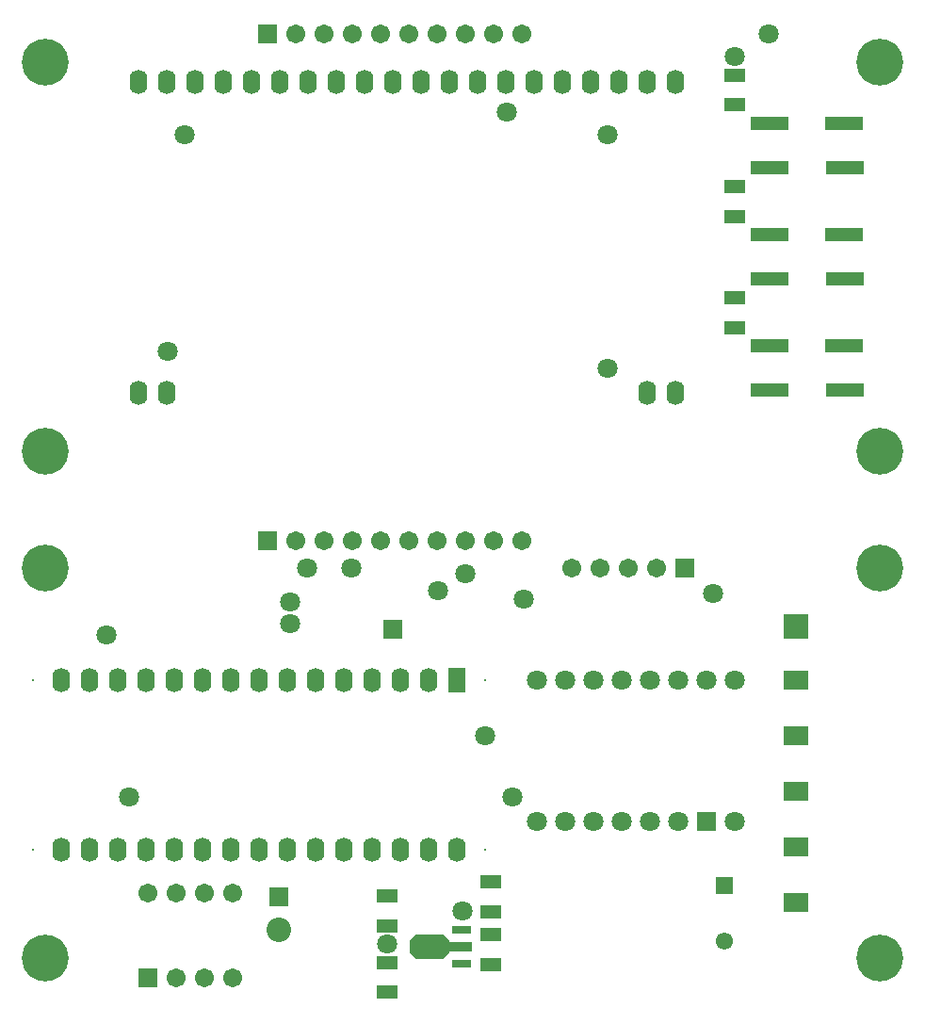
<source format=gts>
G04 Layer_Color=8388736*
%FSLAX25Y25*%
%MOIN*%
G70*
G01*
G75*
%ADD41R,0.07493X0.05131*%
%ADD42R,0.13398X0.04737*%
G04:AMPARAMS|DCode=43|XSize=86.74mil|YSize=141.86mil|CornerRadius=0mil|HoleSize=0mil|Usage=FLASHONLY|Rotation=270.000|XOffset=0mil|YOffset=0mil|HoleType=Round|Shape=Octagon|*
%AMOCTAGOND43*
4,1,8,0.07093,0.02169,0.07093,-0.02169,0.04924,-0.04337,-0.04924,-0.04337,-0.07093,-0.02169,-0.07093,0.02169,-0.04924,0.04337,0.04924,0.04337,0.07093,0.02169,0.0*
%
%ADD43OCTAGOND43*%

%ADD44R,0.07099X0.03162*%
%ADD45R,0.08674X0.03556*%
%ADD46C,0.06115*%
%ADD47R,0.06115X0.06115*%
%ADD48C,0.08674*%
%ADD49R,0.06706X0.06706*%
%ADD50C,0.06706*%
%ADD51R,0.06706X0.06706*%
%ADD52R,0.08674X0.08674*%
%ADD53C,0.07099*%
%ADD54R,0.07099X0.07099*%
%ADD55C,0.16548*%
%ADD56O,0.06312X0.08674*%
%ADD57R,0.06312X0.08674*%
%ADD58O,0.06312X0.08674*%
%ADD59C,0.00800*%
%ADD60R,0.08674X0.06706*%
D41*
X253937Y333268D02*
D03*
Y343898D02*
D03*
Y293898D02*
D03*
Y304528D02*
D03*
Y254528D02*
D03*
Y265158D02*
D03*
X130905Y29921D02*
D03*
Y19291D02*
D03*
Y53543D02*
D03*
Y42913D02*
D03*
X167323Y39764D02*
D03*
Y29134D02*
D03*
Y58465D02*
D03*
Y47835D02*
D03*
D42*
X292913Y232283D02*
D03*
X266142D02*
D03*
Y248031D02*
D03*
X292520D02*
D03*
X292913Y271654D02*
D03*
X266142D02*
D03*
Y287402D02*
D03*
X292520D02*
D03*
X292913Y311024D02*
D03*
X266142D02*
D03*
Y326772D02*
D03*
X292520D02*
D03*
D43*
X145669Y35433D02*
D03*
D44*
X157087Y41339D02*
D03*
Y29528D02*
D03*
D45*
X156299Y35433D02*
D03*
D46*
X250000Y37402D02*
D03*
D47*
X250000Y57087D02*
D03*
D48*
X92520Y41339D02*
D03*
D49*
X132874Y147638D02*
D03*
X88583Y358268D02*
D03*
Y179134D02*
D03*
X236221Y169291D02*
D03*
X92520Y53150D02*
D03*
D50*
X76024Y54370D02*
D03*
X66024D02*
D03*
X56024D02*
D03*
X46024D02*
D03*
X76024Y24370D02*
D03*
X66024D02*
D03*
X56024D02*
D03*
X98583Y358268D02*
D03*
X118583D02*
D03*
X128583D02*
D03*
X138583D02*
D03*
X148583D02*
D03*
X158583D02*
D03*
X168583D02*
D03*
X178583D02*
D03*
X108583D02*
D03*
X98583Y179134D02*
D03*
X118583D02*
D03*
X128583D02*
D03*
X138583D02*
D03*
X148583D02*
D03*
X158583D02*
D03*
X168583D02*
D03*
X178583D02*
D03*
X108583D02*
D03*
X226220Y169291D02*
D03*
X216220D02*
D03*
X206221D02*
D03*
X196221D02*
D03*
D51*
X46024Y24370D02*
D03*
D52*
X275590Y148622D02*
D03*
D53*
X253937Y79921D02*
D03*
X233937D02*
D03*
X223937D02*
D03*
X213937D02*
D03*
X203937D02*
D03*
X193937D02*
D03*
X183937D02*
D03*
Y129921D02*
D03*
X193937D02*
D03*
X203937D02*
D03*
X213937D02*
D03*
X223937D02*
D03*
X233937D02*
D03*
X243937D02*
D03*
X253937D02*
D03*
X175197Y88583D02*
D03*
X165354Y110236D02*
D03*
X246063Y160433D02*
D03*
X31496Y145669D02*
D03*
X208661Y240158D02*
D03*
Y322835D02*
D03*
X59055D02*
D03*
X53150Y246063D02*
D03*
X96457Y149606D02*
D03*
Y157480D02*
D03*
X102362Y169291D02*
D03*
X118110D02*
D03*
X265748Y358268D02*
D03*
X253937Y350394D02*
D03*
X39370Y88583D02*
D03*
X173228Y330709D02*
D03*
X158465Y167323D02*
D03*
X148622Y161417D02*
D03*
X179134Y158465D02*
D03*
X157480Y48228D02*
D03*
X130905Y36417D02*
D03*
D54*
X243937Y79921D02*
D03*
D55*
X305118Y31496D02*
D03*
Y169291D02*
D03*
X9843D02*
D03*
Y31496D02*
D03*
X305118Y210630D02*
D03*
Y348425D02*
D03*
X9843D02*
D03*
Y210630D02*
D03*
D56*
X232795Y231535D02*
D03*
X222795D02*
D03*
X52795D02*
D03*
X42795D02*
D03*
Y341535D02*
D03*
X52795D02*
D03*
X62795D02*
D03*
X72795D02*
D03*
X82795D02*
D03*
X92795D02*
D03*
X102795D02*
D03*
X112795D02*
D03*
X122795D02*
D03*
X132795D02*
D03*
X232795D02*
D03*
X222795D02*
D03*
X212795D02*
D03*
X202795D02*
D03*
X192795D02*
D03*
X182795D02*
D03*
X172795D02*
D03*
X162795D02*
D03*
X152795D02*
D03*
X142795D02*
D03*
D57*
X155512Y129921D02*
D03*
D58*
X145512D02*
D03*
X135512D02*
D03*
X125512D02*
D03*
X115512D02*
D03*
X105512D02*
D03*
X95512D02*
D03*
X85512D02*
D03*
X75512D02*
D03*
X65512D02*
D03*
X55512D02*
D03*
X45512D02*
D03*
X35512D02*
D03*
X25512D02*
D03*
X15512D02*
D03*
Y69921D02*
D03*
X25512D02*
D03*
X35512D02*
D03*
X45512D02*
D03*
X55512D02*
D03*
X65512D02*
D03*
X75512D02*
D03*
X85512D02*
D03*
X95512D02*
D03*
X105512D02*
D03*
X115512D02*
D03*
X125512D02*
D03*
X135512D02*
D03*
X145512D02*
D03*
X155512D02*
D03*
D59*
X165512Y129921D02*
D03*
Y69921D02*
D03*
X5512Y129921D02*
D03*
Y69921D02*
D03*
D60*
X275590Y129921D02*
D03*
Y110236D02*
D03*
Y51181D02*
D03*
Y70866D02*
D03*
Y90551D02*
D03*
M02*

</source>
